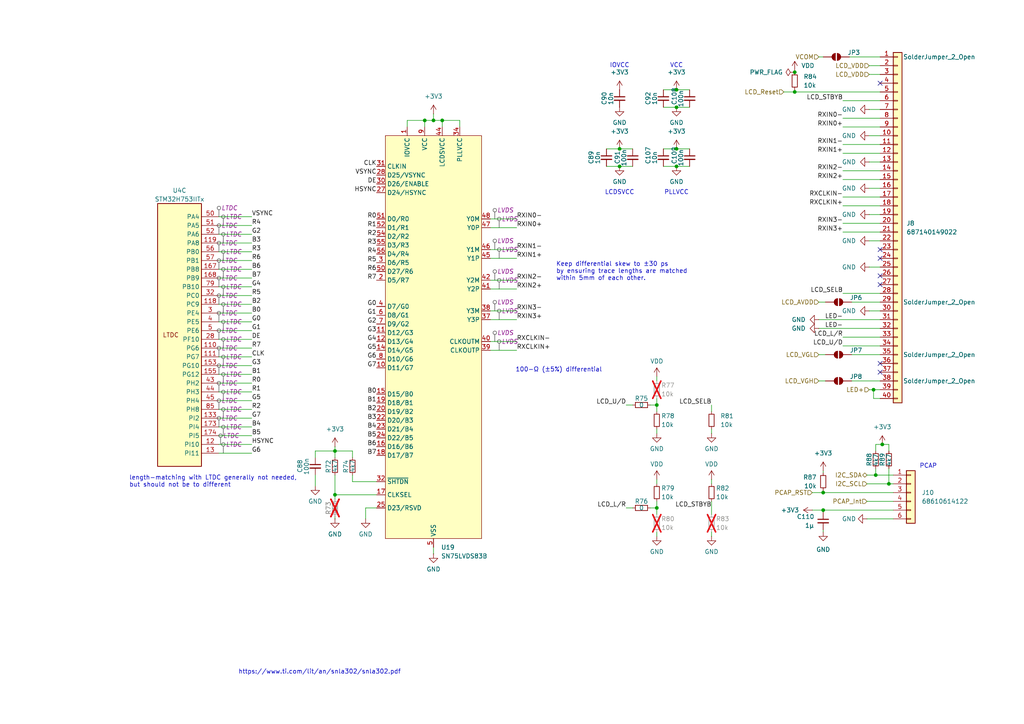
<source format=kicad_sch>
(kicad_sch
	(version 20250114)
	(generator "eeschema")
	(generator_version "9.0")
	(uuid "cfc08744-1338-460e-b9d6-bbb983fd58f1")
	(paper "A4")
	
	(text "100-Ω (±5%) differential "
		(exclude_from_sim no)
		(at 162.56 107.315 0)
		(effects
			(font
				(size 1.27 1.27)
			)
		)
		(uuid "1da41025-8cff-4a99-b544-8c763a73e2d1")
	)
	(text "length-matching with LTDC generally not needed,\nbut should not be to different"
		(exclude_from_sim no)
		(at 37.465 139.7 0)
		(effects
			(font
				(size 1.27 1.27)
			)
			(justify left)
		)
		(uuid "64ed9242-f7ed-489f-9dcd-11e30be8f01f")
	)
	(text "PLLVCC"
		(exclude_from_sim no)
		(at 196.215 55.88 0)
		(effects
			(font
				(size 1.27 1.27)
			)
		)
		(uuid "69441736-eb38-4f01-a3f7-3aea416466f1")
	)
	(text "VCC"
		(exclude_from_sim no)
		(at 196.215 19.05 0)
		(effects
			(font
				(size 1.27 1.27)
			)
		)
		(uuid "7910a5ee-8ec7-4e91-a5a0-12c5f115d328")
	)
	(text "Keep differential skew to ±30 ps\nby ensuring trace lengths are matched\nwithin 5mm of each other."
		(exclude_from_sim no)
		(at 161.29 78.74 0)
		(effects
			(font
				(size 1.27 1.27)
			)
			(justify left)
		)
		(uuid "8eeb9b79-d79c-41a9-8eb5-1c00247d0260")
	)
	(text "PCAP"
		(exclude_from_sim no)
		(at 269.24 135.255 0)
		(effects
			(font
				(size 1.27 1.27)
			)
		)
		(uuid "953f9d08-beaa-4a51-9778-13ce58a1a9e4")
	)
	(text "IOVCC"
		(exclude_from_sim no)
		(at 179.705 19.05 0)
		(effects
			(font
				(size 1.27 1.27)
			)
		)
		(uuid "9606f5f8-be5b-4b2d-8242-fc97946d3518")
	)
	(text "LCDSVCC"
		(exclude_from_sim no)
		(at 179.705 55.88 0)
		(effects
			(font
				(size 1.27 1.27)
			)
		)
		(uuid "b0eadaf5-52dd-452a-a86a-3eeecaa6db12")
	)
	(text "https://www.ti.com/lit/an/snla302/snla302.pdf"
		(exclude_from_sim no)
		(at 92.71 194.945 0)
		(effects
			(font
				(size 1.27 1.27)
			)
			(href "https://www.ti.com/lit/an/snla302/snla302.pdf")
		)
		(uuid "bb44997b-1e8e-473d-b79d-3a23b573ff01")
	)
	(junction
		(at 97.155 130.81)
		(diameter 0)
		(color 0 0 0 0)
		(uuid "0a014240-3880-4e76-9a94-85fc4b86e196")
	)
	(junction
		(at 179.705 48.26)
		(diameter 0)
		(color 0 0 0 0)
		(uuid "1a981e4a-df1f-4554-808a-8cb682e6b709")
	)
	(junction
		(at 255.905 128.905)
		(diameter 0)
		(color 0 0 0 0)
		(uuid "1f38e153-e651-4879-8c77-3220d9bfe30b")
	)
	(junction
		(at 196.215 26.035)
		(diameter 0)
		(color 0 0 0 0)
		(uuid "36bddcfd-11d5-48fe-af61-3a943aa79791")
	)
	(junction
		(at 257.81 140.335)
		(diameter 0)
		(color 0 0 0 0)
		(uuid "3925a27d-4875-405a-8c29-a7ba8d4725f7")
	)
	(junction
		(at 125.73 34.925)
		(diameter 0)
		(color 0 0 0 0)
		(uuid "51eeccfe-6686-4ca9-8aba-d515e08cb179")
	)
	(junction
		(at 190.5 117.475)
		(diameter 0)
		(color 0 0 0 0)
		(uuid "587b8044-6d76-4594-b205-64f5ae3d0cbf")
	)
	(junction
		(at 128.27 34.925)
		(diameter 0)
		(color 0 0 0 0)
		(uuid "5e4fb1b3-b906-42cb-9bcf-1fe43b515c5c")
	)
	(junction
		(at 123.19 34.925)
		(diameter 0)
		(color 0 0 0 0)
		(uuid "6921e377-c6aa-4918-8f18-78751ee65e4b")
	)
	(junction
		(at 230.505 26.67)
		(diameter 0)
		(color 0 0 0 0)
		(uuid "6b7b1be5-7851-40f7-b61c-54746ac8b71c")
	)
	(junction
		(at 179.705 43.18)
		(diameter 0)
		(color 0 0 0 0)
		(uuid "6f2f8254-1c91-4009-962f-948e94f45990")
	)
	(junction
		(at 238.76 147.955)
		(diameter 0)
		(color 0 0 0 0)
		(uuid "833e2d64-fc43-464a-9283-f695744d3d12")
	)
	(junction
		(at 253.365 113.03)
		(diameter 0)
		(color 0 0 0 0)
		(uuid "89518f6e-9c83-421f-9c57-ab6c1f4a7a34")
	)
	(junction
		(at 97.155 143.51)
		(diameter 0)
		(color 0 0 0 0)
		(uuid "b360e58b-d3d1-4f91-b7db-26a83f81783f")
	)
	(junction
		(at 238.76 142.875)
		(diameter 0)
		(color 0 0 0 0)
		(uuid "ba9f6885-d1c2-4976-8e6c-b3c768d67c14")
	)
	(junction
		(at 190.5 147.32)
		(diameter 0)
		(color 0 0 0 0)
		(uuid "cbdd449a-e405-445e-a272-3419885e6243")
	)
	(junction
		(at 196.215 48.26)
		(diameter 0)
		(color 0 0 0 0)
		(uuid "d008a368-33cc-4d3e-b958-698d092dfcd5")
	)
	(junction
		(at 196.215 31.115)
		(diameter 0)
		(color 0 0 0 0)
		(uuid "ec8f96ba-b615-4c3c-85a1-f8ab19bdb118")
	)
	(junction
		(at 230.505 20.955)
		(diameter 0)
		(color 0 0 0 0)
		(uuid "f0bb0dd0-1498-4cf2-80b4-e31af6999afb")
	)
	(junction
		(at 196.215 43.18)
		(diameter 0)
		(color 0 0 0 0)
		(uuid "f4221231-7f4d-4ee4-b654-d71f985c5bf1")
	)
	(junction
		(at 254 137.795)
		(diameter 0)
		(color 0 0 0 0)
		(uuid "f621acd5-9b92-4da7-afc1-ea1e53f7700e")
	)
	(no_connect
		(at 255.27 107.95)
		(uuid "206530de-08a6-4322-927d-360e1543f9c3")
	)
	(no_connect
		(at 255.27 80.01)
		(uuid "4670c019-b6c9-4fcc-b1c1-90483035a52d")
	)
	(no_connect
		(at 255.27 72.39)
		(uuid "57ba4c83-7552-48dc-a263-d34d0b323fe5")
	)
	(no_connect
		(at 255.27 82.55)
		(uuid "58e4a9ba-9959-41ee-8aa7-af7bb26bb0fc")
	)
	(no_connect
		(at 255.27 74.93)
		(uuid "6656bea9-1e28-47cc-8494-9faa91d6f4b4")
	)
	(no_connect
		(at 255.27 24.13)
		(uuid "b5294258-8b2c-4d02-a271-4a5af5e8753b")
	)
	(no_connect
		(at 255.27 105.41)
		(uuid "d5a720d4-226e-4161-a590-27effc13fbc0")
	)
	(wire
		(pts
			(xy 196.215 48.26) (xy 200.025 48.26)
		)
		(stroke
			(width 0)
			(type default)
		)
		(uuid "0298da3d-88c6-441a-bd23-3a8b6279e8c9")
	)
	(wire
		(pts
			(xy 251.46 140.335) (xy 257.81 140.335)
		)
		(stroke
			(width 0)
			(type default)
		)
		(uuid "05e528cd-cd25-429f-b1b3-d804461f1fbb")
	)
	(wire
		(pts
			(xy 257.81 135.89) (xy 257.81 140.335)
		)
		(stroke
			(width 0)
			(type default)
		)
		(uuid "06b39ecd-f131-4d5e-be11-106155e0051c")
	)
	(wire
		(pts
			(xy 149.86 99.06) (xy 142.24 99.06)
		)
		(stroke
			(width 0)
			(type default)
		)
		(uuid "0714a536-7eb6-4ce2-851e-ea015f0458bc")
	)
	(wire
		(pts
			(xy 238.76 154.305) (xy 238.76 153.67)
		)
		(stroke
			(width 0)
			(type default)
		)
		(uuid "07f733c1-2c84-4554-b580-90af3ab3af81")
	)
	(wire
		(pts
			(xy 97.155 149.86) (xy 97.155 150.495)
		)
		(stroke
			(width 0)
			(type default)
		)
		(uuid "09997052-fd26-4555-95c6-8743f1453e4f")
	)
	(wire
		(pts
			(xy 73.025 90.805) (xy 63.5 90.805)
		)
		(stroke
			(width 0)
			(type default)
		)
		(uuid "0c7769d9-58d9-424f-8e8c-af7626579794")
	)
	(wire
		(pts
			(xy 102.235 130.81) (xy 102.235 132.715)
		)
		(stroke
			(width 0)
			(type default)
		)
		(uuid "0c8bd05c-5fba-4223-a449-4cbbc5bdec09")
	)
	(wire
		(pts
			(xy 133.35 34.925) (xy 133.35 36.83)
		)
		(stroke
			(width 0)
			(type default)
		)
		(uuid "0fe53239-7447-4eb5-8ad5-c0e8b73b79db")
	)
	(wire
		(pts
			(xy 125.73 158.75) (xy 125.73 160.655)
		)
		(stroke
			(width 0)
			(type default)
		)
		(uuid "10cb2966-9e76-4d0b-ae0d-260f6ad04f92")
	)
	(wire
		(pts
			(xy 63.5 111.125) (xy 73.025 111.125)
		)
		(stroke
			(width 0)
			(type default)
		)
		(uuid "15e610cc-4c82-431d-a9a2-2303922c457c")
	)
	(wire
		(pts
			(xy 190.5 147.32) (xy 190.5 149.225)
		)
		(stroke
			(width 0)
			(type default)
		)
		(uuid "1682fa89-003e-4157-a37f-bb74a89a1921")
	)
	(wire
		(pts
			(xy 230.505 20.32) (xy 230.505 20.955)
		)
		(stroke
			(width 0)
			(type default)
		)
		(uuid "17155407-70a1-437c-acf1-ef8c745c8d55")
	)
	(wire
		(pts
			(xy 73.025 78.105) (xy 63.5 78.105)
		)
		(stroke
			(width 0)
			(type default)
		)
		(uuid "17d94e04-1564-40d7-929a-7f08193a5664")
	)
	(wire
		(pts
			(xy 238.76 147.955) (xy 238.76 148.59)
		)
		(stroke
			(width 0)
			(type default)
		)
		(uuid "193249d7-42be-4aa3-9346-3782bac88bef")
	)
	(wire
		(pts
			(xy 190.5 109.22) (xy 190.5 110.49)
		)
		(stroke
			(width 0)
			(type default)
		)
		(uuid "19ebde49-e7ee-4f44-aa21-c9a530b73c81")
	)
	(wire
		(pts
			(xy 252.095 90.17) (xy 255.27 90.17)
		)
		(stroke
			(width 0)
			(type default)
		)
		(uuid "1c029d85-b489-425d-b4be-7fb14080dda1")
	)
	(wire
		(pts
			(xy 247.015 87.63) (xy 255.27 87.63)
		)
		(stroke
			(width 0)
			(type default)
		)
		(uuid "1d48773f-2c67-4fd6-b92d-82324b248da6")
	)
	(wire
		(pts
			(xy 73.025 121.285) (xy 63.5 121.285)
		)
		(stroke
			(width 0)
			(type default)
		)
		(uuid "207bac0e-477b-4ecc-a9e7-30d1882c0397")
	)
	(wire
		(pts
			(xy 97.155 130.81) (xy 102.235 130.81)
		)
		(stroke
			(width 0)
			(type default)
		)
		(uuid "23b220bd-13e9-445f-ae5e-3ab326eee3d2")
	)
	(wire
		(pts
			(xy 238.76 142.24) (xy 238.76 142.875)
		)
		(stroke
			(width 0)
			(type default)
		)
		(uuid "23c600d3-e761-4c99-b45d-34adfb2a9b67")
	)
	(wire
		(pts
			(xy 244.475 59.69) (xy 255.27 59.69)
		)
		(stroke
			(width 0)
			(type default)
		)
		(uuid "27619d87-814b-4e66-8ce5-84c9b258f0bf")
	)
	(wire
		(pts
			(xy 142.24 74.93) (xy 149.86 74.93)
		)
		(stroke
			(width 0)
			(type default)
		)
		(uuid "29b1f2f7-9974-4042-9e5d-7f1190fac34f")
	)
	(wire
		(pts
			(xy 142.24 83.82) (xy 149.86 83.82)
		)
		(stroke
			(width 0)
			(type default)
		)
		(uuid "2c715c41-8579-4be5-8127-330173332aa8")
	)
	(wire
		(pts
			(xy 244.475 64.77) (xy 255.27 64.77)
		)
		(stroke
			(width 0)
			(type default)
		)
		(uuid "2f1b7142-5359-4472-b1fd-de96165f83e6")
	)
	(wire
		(pts
			(xy 73.025 80.645) (xy 63.5 80.645)
		)
		(stroke
			(width 0)
			(type default)
		)
		(uuid "2f42cc24-c719-4c2e-85ed-24e93a3cc083")
	)
	(wire
		(pts
			(xy 252.095 21.59) (xy 255.27 21.59)
		)
		(stroke
			(width 0)
			(type default)
		)
		(uuid "2f4e38f2-30cc-442c-b415-30467d32412d")
	)
	(wire
		(pts
			(xy 109.22 139.7) (xy 102.235 139.7)
		)
		(stroke
			(width 0)
			(type default)
		)
		(uuid "2fa43b00-581c-4b57-a7a9-a604f50b01d8")
	)
	(wire
		(pts
			(xy 73.025 70.485) (xy 63.5 70.485)
		)
		(stroke
			(width 0)
			(type default)
		)
		(uuid "2fd05b17-4010-4706-b3dd-e515141cfb1b")
	)
	(wire
		(pts
			(xy 181.61 147.32) (xy 183.515 147.32)
		)
		(stroke
			(width 0)
			(type default)
		)
		(uuid "30ffd6f7-ef1f-437f-9a7c-a23e216c9290")
	)
	(wire
		(pts
			(xy 206.375 117.475) (xy 206.375 119.38)
		)
		(stroke
			(width 0)
			(type default)
		)
		(uuid "312df952-f886-423f-9ecc-b76acc89c019")
	)
	(wire
		(pts
			(xy 244.475 57.15) (xy 255.27 57.15)
		)
		(stroke
			(width 0)
			(type default)
		)
		(uuid "338cbeb0-9e4c-42b6-9787-f19a5da2870c")
	)
	(wire
		(pts
			(xy 73.025 85.725) (xy 63.5 85.725)
		)
		(stroke
			(width 0)
			(type default)
		)
		(uuid "353d6dc0-f1dc-426d-ba7b-8e9e71df4b19")
	)
	(wire
		(pts
			(xy 230.505 26.035) (xy 230.505 26.67)
		)
		(stroke
			(width 0)
			(type default)
		)
		(uuid "354a3f1c-1c85-4f32-9b4a-8a7f5efa4e0a")
	)
	(wire
		(pts
			(xy 254 128.905) (xy 255.905 128.905)
		)
		(stroke
			(width 0)
			(type default)
		)
		(uuid "357e09a7-75f7-41a8-8c60-319f523d3773")
	)
	(wire
		(pts
			(xy 97.155 132.715) (xy 97.155 130.81)
		)
		(stroke
			(width 0)
			(type default)
		)
		(uuid "36eb8b53-c7a4-49dd-be5b-2105c6730fe4")
	)
	(wire
		(pts
			(xy 190.5 145.415) (xy 190.5 147.32)
		)
		(stroke
			(width 0)
			(type default)
		)
		(uuid "37521562-0348-42d1-a316-ad5f22f99668")
	)
	(wire
		(pts
			(xy 106.045 147.32) (xy 109.22 147.32)
		)
		(stroke
			(width 0)
			(type default)
		)
		(uuid "3a719ff8-c0b4-4593-b1f0-e26697bd70c2")
	)
	(wire
		(pts
			(xy 206.375 124.46) (xy 206.375 125.73)
		)
		(stroke
			(width 0)
			(type default)
		)
		(uuid "3ae24d99-1378-4e06-9b17-fab03726b185")
	)
	(wire
		(pts
			(xy 253.365 115.57) (xy 253.365 113.03)
		)
		(stroke
			(width 0)
			(type default)
		)
		(uuid "3d796974-152f-4f56-bd9a-5cb2a66feb94")
	)
	(wire
		(pts
			(xy 149.86 90.17) (xy 142.24 90.17)
		)
		(stroke
			(width 0)
			(type default)
		)
		(uuid "3db8ead2-c244-4591-9f6b-d8e5bc35cade")
	)
	(wire
		(pts
			(xy 251.46 137.795) (xy 254 137.795)
		)
		(stroke
			(width 0)
			(type default)
		)
		(uuid "3f295cfd-ebba-4b1e-bac9-708590bd77b6")
	)
	(wire
		(pts
			(xy 63.5 113.665) (xy 73.025 113.665)
		)
		(stroke
			(width 0)
			(type default)
		)
		(uuid "41c0f2a2-254c-4e56-9716-76286db98166")
	)
	(wire
		(pts
			(xy 91.44 130.81) (xy 97.155 130.81)
		)
		(stroke
			(width 0)
			(type default)
		)
		(uuid "45d0edf7-736a-4aa7-a23f-5212f8458eff")
	)
	(wire
		(pts
			(xy 253.365 115.57) (xy 255.27 115.57)
		)
		(stroke
			(width 0)
			(type default)
		)
		(uuid "4718d472-c8b6-4441-ab81-d18e38c07fbd")
	)
	(wire
		(pts
			(xy 73.025 95.885) (xy 63.5 95.885)
		)
		(stroke
			(width 0)
			(type default)
		)
		(uuid "474024e8-c41f-40cb-9189-6472ac0431c2")
	)
	(wire
		(pts
			(xy 244.475 52.07) (xy 255.27 52.07)
		)
		(stroke
			(width 0)
			(type default)
		)
		(uuid "48985834-8e71-434f-b58e-ed9ffa085d20")
	)
	(wire
		(pts
			(xy 238.76 147.955) (xy 259.08 147.955)
		)
		(stroke
			(width 0)
			(type default)
		)
		(uuid "4c814185-20ab-4c63-85a3-08873cf631b5")
	)
	(wire
		(pts
			(xy 73.025 126.365) (xy 63.5 126.365)
		)
		(stroke
			(width 0)
			(type default)
		)
		(uuid "4cfb2005-de05-4a9f-b8a3-20c9e3e1b72d")
	)
	(wire
		(pts
			(xy 73.025 88.265) (xy 63.5 88.265)
		)
		(stroke
			(width 0)
			(type default)
		)
		(uuid "502ec2c1-b2f3-4c69-8215-aea89d77cbb8")
	)
	(wire
		(pts
			(xy 235.585 142.875) (xy 238.76 142.875)
		)
		(stroke
			(width 0)
			(type default)
		)
		(uuid "51176f82-a718-44d9-8aac-1fbaebeebff1")
	)
	(wire
		(pts
			(xy 125.73 34.925) (xy 128.27 34.925)
		)
		(stroke
			(width 0)
			(type default)
		)
		(uuid "512c3170-6919-410f-ab24-a01210192fc0")
	)
	(wire
		(pts
			(xy 73.025 75.565) (xy 63.5 75.565)
		)
		(stroke
			(width 0)
			(type default)
		)
		(uuid "5189ac23-5b18-47b9-a125-4cf0911b02fc")
	)
	(wire
		(pts
			(xy 175.895 48.26) (xy 179.705 48.26)
		)
		(stroke
			(width 0)
			(type default)
		)
		(uuid "57ab13e2-8a92-42d1-9fb8-6b02d0766ffe")
	)
	(wire
		(pts
			(xy 188.595 147.32) (xy 190.5 147.32)
		)
		(stroke
			(width 0)
			(type default)
		)
		(uuid "5bb6ede0-1f09-4ee3-b054-e913caa88144")
	)
	(wire
		(pts
			(xy 252.095 62.23) (xy 255.27 62.23)
		)
		(stroke
			(width 0)
			(type default)
		)
		(uuid "5d74f553-7285-4b03-8f7a-7493264e6ca7")
	)
	(wire
		(pts
			(xy 237.49 92.71) (xy 255.27 92.71)
		)
		(stroke
			(width 0)
			(type default)
		)
		(uuid "5f241d29-31c2-41f4-bd3d-059c2e65be39")
	)
	(wire
		(pts
			(xy 73.025 128.905) (xy 63.5 128.905)
		)
		(stroke
			(width 0)
			(type default)
		)
		(uuid "6075275d-7f2e-461d-a448-e93aaa6b54b5")
	)
	(wire
		(pts
			(xy 206.375 139.065) (xy 206.375 140.335)
		)
		(stroke
			(width 0)
			(type default)
		)
		(uuid "60c7230e-5bca-4180-bcca-03d23889c8d9")
	)
	(wire
		(pts
			(xy 179.705 43.18) (xy 183.515 43.18)
		)
		(stroke
			(width 0)
			(type default)
		)
		(uuid "652c6c39-fa45-4f03-89a8-cde00a0d1335")
	)
	(wire
		(pts
			(xy 181.61 117.475) (xy 183.515 117.475)
		)
		(stroke
			(width 0)
			(type default)
		)
		(uuid "65cc8ab6-13ef-40a8-9b07-cc9baf602c04")
	)
	(wire
		(pts
			(xy 244.475 67.31) (xy 255.27 67.31)
		)
		(stroke
			(width 0)
			(type default)
		)
		(uuid "671eb76e-ac7c-495b-9377-d06227dbda46")
	)
	(wire
		(pts
			(xy 206.375 154.305) (xy 206.375 155.575)
		)
		(stroke
			(width 0)
			(type default)
		)
		(uuid "68278b12-7341-4bce-ab78-6f965d6478a7")
	)
	(wire
		(pts
			(xy 188.595 117.475) (xy 190.5 117.475)
		)
		(stroke
			(width 0)
			(type default)
		)
		(uuid "6e4fea39-f48b-434e-b2ca-502d3b4c5e09")
	)
	(wire
		(pts
			(xy 106.045 150.495) (xy 106.045 147.32)
		)
		(stroke
			(width 0)
			(type default)
		)
		(uuid "6f5af170-38aa-4c58-a2e9-2e76e811c87e")
	)
	(wire
		(pts
			(xy 63.5 106.045) (xy 73.025 106.045)
		)
		(stroke
			(width 0)
			(type default)
		)
		(uuid "6fd5cd1c-1fce-4386-8556-454db23ddc22")
	)
	(wire
		(pts
			(xy 63.5 108.585) (xy 73.025 108.585)
		)
		(stroke
			(width 0)
			(type default)
		)
		(uuid "705eca2d-93f6-4c58-a085-77d229760b3e")
	)
	(wire
		(pts
			(xy 244.475 100.33) (xy 255.27 100.33)
		)
		(stroke
			(width 0)
			(type default)
		)
		(uuid "71413b15-4c29-4db8-9aca-4d4d08e03b81")
	)
	(wire
		(pts
			(xy 190.5 124.46) (xy 190.5 125.73)
		)
		(stroke
			(width 0)
			(type default)
		)
		(uuid "71808231-1ba2-4266-ac0d-4cd719878a39")
	)
	(wire
		(pts
			(xy 251.46 145.415) (xy 259.08 145.415)
		)
		(stroke
			(width 0)
			(type default)
		)
		(uuid "718cbf0e-2c2e-4dfb-aa82-e96c26e595e9")
	)
	(wire
		(pts
			(xy 73.025 98.425) (xy 63.5 98.425)
		)
		(stroke
			(width 0)
			(type default)
		)
		(uuid "7346d934-c35c-43c1-88c0-f88dc480586d")
	)
	(wire
		(pts
			(xy 123.19 34.925) (xy 125.73 34.925)
		)
		(stroke
			(width 0)
			(type default)
		)
		(uuid "79289023-9eda-4942-b277-ffdf5c17a90c")
	)
	(wire
		(pts
			(xy 206.375 145.415) (xy 206.375 149.225)
		)
		(stroke
			(width 0)
			(type default)
		)
		(uuid "79526d75-b91c-4e80-a209-f4f7252523a2")
	)
	(wire
		(pts
			(xy 237.49 95.25) (xy 255.27 95.25)
		)
		(stroke
			(width 0)
			(type default)
		)
		(uuid "7a3e6c4f-9432-460d-bcc3-675f61fb2f7b")
	)
	(wire
		(pts
			(xy 237.49 87.63) (xy 239.395 87.63)
		)
		(stroke
			(width 0)
			(type default)
		)
		(uuid "7ba4c5a6-fc2a-42bf-835e-6d3fe146eb49")
	)
	(wire
		(pts
			(xy 73.025 65.405) (xy 63.5 65.405)
		)
		(stroke
			(width 0)
			(type default)
		)
		(uuid "7c194a2f-2393-4372-aed6-e1e9f16266e8")
	)
	(wire
		(pts
			(xy 244.475 85.09) (xy 255.27 85.09)
		)
		(stroke
			(width 0)
			(type default)
		)
		(uuid "7d97b2ea-9c3a-4444-8140-5f88442d21a4")
	)
	(wire
		(pts
			(xy 247.015 110.49) (xy 255.27 110.49)
		)
		(stroke
			(width 0)
			(type default)
		)
		(uuid "7eec6d08-ea72-4bec-9e8e-da5a45800fae")
	)
	(wire
		(pts
			(xy 102.235 139.7) (xy 102.235 137.795)
		)
		(stroke
			(width 0)
			(type default)
		)
		(uuid "7ef4ed38-09cf-4dc1-8d17-593720d6bfbd")
	)
	(wire
		(pts
			(xy 257.81 140.335) (xy 259.08 140.335)
		)
		(stroke
			(width 0)
			(type default)
		)
		(uuid "80449c22-7a2e-48ef-b100-319c64440b08")
	)
	(wire
		(pts
			(xy 91.44 130.81) (xy 91.44 132.715)
		)
		(stroke
			(width 0)
			(type default)
		)
		(uuid "8052b36c-73f0-4c99-a4b1-bba64c1b82e2")
	)
	(wire
		(pts
			(xy 118.11 34.925) (xy 123.19 34.925)
		)
		(stroke
			(width 0)
			(type default)
		)
		(uuid "82256a26-20d4-4f1c-8160-6219baaaf0fd")
	)
	(wire
		(pts
			(xy 192.405 31.115) (xy 196.215 31.115)
		)
		(stroke
			(width 0)
			(type default)
		)
		(uuid "824ceded-869f-4f61-9b0d-737a6d94db16")
	)
	(wire
		(pts
			(xy 252.095 31.75) (xy 255.27 31.75)
		)
		(stroke
			(width 0)
			(type default)
		)
		(uuid "83cc7d18-3605-4624-a3e7-065a5db17972")
	)
	(wire
		(pts
			(xy 97.155 129.54) (xy 97.155 130.81)
		)
		(stroke
			(width 0)
			(type default)
		)
		(uuid "862bf58b-0b37-45d1-90c8-c77c888bb601")
	)
	(wire
		(pts
			(xy 238.76 142.875) (xy 259.08 142.875)
		)
		(stroke
			(width 0)
			(type default)
		)
		(uuid "8a253ece-2bc3-43e4-9198-530d6b262d90")
	)
	(wire
		(pts
			(xy 253.365 113.03) (xy 255.27 113.03)
		)
		(stroke
			(width 0)
			(type default)
		)
		(uuid "8b0d9d8b-5c7a-4cad-883a-66ceb5f7ef54")
	)
	(wire
		(pts
			(xy 237.49 102.87) (xy 239.395 102.87)
		)
		(stroke
			(width 0)
			(type default)
		)
		(uuid "8b6da8b0-de78-4e0a-9628-aa523a0de7bb")
	)
	(wire
		(pts
			(xy 252.095 69.85) (xy 255.27 69.85)
		)
		(stroke
			(width 0)
			(type default)
		)
		(uuid "8fcba768-840e-438e-ac66-8ec626ed306c")
	)
	(wire
		(pts
			(xy 175.895 43.18) (xy 179.705 43.18)
		)
		(stroke
			(width 0)
			(type default)
		)
		(uuid "90afa069-9607-44d1-8a5b-5ef07d699a4a")
	)
	(wire
		(pts
			(xy 123.19 34.925) (xy 123.19 36.83)
		)
		(stroke
			(width 0)
			(type default)
		)
		(uuid "95aa725c-7b4c-4809-b773-ab53822a785e")
	)
	(wire
		(pts
			(xy 91.44 137.795) (xy 91.44 140.97)
		)
		(stroke
			(width 0)
			(type default)
		)
		(uuid "96be8705-1aaf-4f28-aace-ecacb5b0fc86")
	)
	(wire
		(pts
			(xy 235.585 147.955) (xy 238.76 147.955)
		)
		(stroke
			(width 0)
			(type default)
		)
		(uuid "9af2513d-bd0e-422c-8c69-9f61ea71fb1c")
	)
	(wire
		(pts
			(xy 244.475 34.29) (xy 255.27 34.29)
		)
		(stroke
			(width 0)
			(type default)
		)
		(uuid "9afaf073-8914-4b5f-9a09-321c7823603b")
	)
	(wire
		(pts
			(xy 149.86 63.5) (xy 142.24 63.5)
		)
		(stroke
			(width 0)
			(type default)
		)
		(uuid "9b1bb6e8-b640-4df4-90e7-f515e45fb94d")
	)
	(wire
		(pts
			(xy 257.81 128.905) (xy 257.81 130.81)
		)
		(stroke
			(width 0)
			(type default)
		)
		(uuid "9c4d6a6f-f984-42f1-a37b-45ccd36c49c2")
	)
	(wire
		(pts
			(xy 252.095 113.03) (xy 253.365 113.03)
		)
		(stroke
			(width 0)
			(type default)
		)
		(uuid "9cb67b43-cabd-47e1-99bb-bf896041f2a0")
	)
	(wire
		(pts
			(xy 255.905 128.905) (xy 257.81 128.905)
		)
		(stroke
			(width 0)
			(type default)
		)
		(uuid "9cd4ebb7-1f67-4d4a-86a6-5d4df2a67f6d")
	)
	(wire
		(pts
			(xy 73.025 103.505) (xy 63.5 103.505)
		)
		(stroke
			(width 0)
			(type default)
		)
		(uuid "9cd80d76-b308-4f36-bf78-30d41cf882c2")
	)
	(wire
		(pts
			(xy 238.76 16.51) (xy 237.49 16.51)
		)
		(stroke
			(width 0)
			(type default)
		)
		(uuid "9f27b011-688f-4b6b-a398-2eb6a223dd49")
	)
	(wire
		(pts
			(xy 73.025 123.825) (xy 63.5 123.825)
		)
		(stroke
			(width 0)
			(type default)
		)
		(uuid "a0b0b6be-49e7-466a-9be7-f5d9a5e202c7")
	)
	(wire
		(pts
			(xy 73.025 62.865) (xy 63.5 62.865)
		)
		(stroke
			(width 0)
			(type default)
		)
		(uuid "a2d4b60b-4a56-4117-9f46-350310b40e10")
	)
	(wire
		(pts
			(xy 238.76 136.525) (xy 238.76 137.16)
		)
		(stroke
			(width 0)
			(type default)
		)
		(uuid "a38bdfda-67d3-463a-8274-24b317601fed")
	)
	(wire
		(pts
			(xy 196.215 43.18) (xy 200.025 43.18)
		)
		(stroke
			(width 0)
			(type default)
		)
		(uuid "a42e8e46-cd2f-432f-9417-b53432b08db3")
	)
	(wire
		(pts
			(xy 230.505 26.67) (xy 255.27 26.67)
		)
		(stroke
			(width 0)
			(type default)
		)
		(uuid "a94d2cb2-c0e3-4b77-867f-08036eb8635e")
	)
	(wire
		(pts
			(xy 179.705 48.26) (xy 183.515 48.26)
		)
		(stroke
			(width 0)
			(type default)
		)
		(uuid "a9ab5bcb-7b6e-465d-8750-6972b61c2bbb")
	)
	(wire
		(pts
			(xy 196.215 31.115) (xy 200.025 31.115)
		)
		(stroke
			(width 0)
			(type default)
		)
		(uuid "aa32b454-0871-44c0-a45c-e8ddba70bf7e")
	)
	(wire
		(pts
			(xy 73.025 83.185) (xy 63.5 83.185)
		)
		(stroke
			(width 0)
			(type default)
		)
		(uuid "ab9141a5-c2e4-4987-b240-5417d21ae07d")
	)
	(wire
		(pts
			(xy 244.475 49.53) (xy 255.27 49.53)
		)
		(stroke
			(width 0)
			(type default)
		)
		(uuid "ae07fa32-ecd4-4f47-9f9a-68257480dc89")
	)
	(wire
		(pts
			(xy 252.095 19.05) (xy 255.27 19.05)
		)
		(stroke
			(width 0)
			(type default)
		)
		(uuid "ae5d1da4-dc18-4b2d-bc7a-ff67f4fd9e22")
	)
	(wire
		(pts
			(xy 73.025 73.025) (xy 63.5 73.025)
		)
		(stroke
			(width 0)
			(type default)
		)
		(uuid "ae88b2ef-c6a0-445c-8cfe-50ec635910c2")
	)
	(wire
		(pts
			(xy 252.095 77.47) (xy 255.27 77.47)
		)
		(stroke
			(width 0)
			(type default)
		)
		(uuid "b3918266-6f83-4b67-95c2-a18adeb3b8f8")
	)
	(wire
		(pts
			(xy 244.475 97.79) (xy 255.27 97.79)
		)
		(stroke
			(width 0)
			(type default)
		)
		(uuid "b74665b8-9c25-4e6e-9b69-3020ade95bd7")
	)
	(wire
		(pts
			(xy 125.73 33.02) (xy 125.73 34.925)
		)
		(stroke
			(width 0)
			(type default)
		)
		(uuid "b840f00d-7dd3-40a7-a038-2bd1432f126e")
	)
	(wire
		(pts
			(xy 128.27 34.925) (xy 133.35 34.925)
		)
		(stroke
			(width 0)
			(type default)
		)
		(uuid "b92b6ecf-f5c2-4e28-a6c0-424f103af062")
	)
	(wire
		(pts
			(xy 252.095 54.61) (xy 255.27 54.61)
		)
		(stroke
			(width 0)
			(type default)
		)
		(uuid "ba578d3a-fb82-4cea-8c1f-7e1fda372293")
	)
	(wire
		(pts
			(xy 254 137.795) (xy 259.08 137.795)
		)
		(stroke
			(width 0)
			(type default)
		)
		(uuid "bbd5ddb8-14c3-4b2b-aa92-4b50e140d68c")
	)
	(wire
		(pts
			(xy 251.46 150.495) (xy 259.08 150.495)
		)
		(stroke
			(width 0)
			(type default)
		)
		(uuid "bc4832a6-be93-4682-a561-6bd59cf7249f")
	)
	(wire
		(pts
			(xy 254 128.905) (xy 254 130.81)
		)
		(stroke
			(width 0)
			(type default)
		)
		(uuid "bd98bc5c-a944-4744-b53e-8f22f3ee1dda")
	)
	(wire
		(pts
			(xy 142.24 101.6) (xy 149.86 101.6)
		)
		(stroke
			(width 0)
			(type default)
		)
		(uuid "bdbf3e05-4ce9-4913-af14-3d367f3a176f")
	)
	(wire
		(pts
			(xy 244.475 36.83) (xy 255.27 36.83)
		)
		(stroke
			(width 0)
			(type default)
		)
		(uuid "bef8842b-46f7-4d9f-b8ff-b5523cb14e85")
	)
	(wire
		(pts
			(xy 73.025 67.945) (xy 63.5 67.945)
		)
		(stroke
			(width 0)
			(type default)
		)
		(uuid "bf035543-2a39-45e7-8df5-7690765d5f49")
	)
	(wire
		(pts
			(xy 246.38 16.51) (xy 255.27 16.51)
		)
		(stroke
			(width 0)
			(type default)
		)
		(uuid "bf1a0c06-a77e-4d5d-b51a-51e35ebf3517")
	)
	(wire
		(pts
			(xy 252.095 39.37) (xy 255.27 39.37)
		)
		(stroke
			(width 0)
			(type default)
		)
		(uuid "bf23b9bf-e84b-4f47-83d9-2d403c4d44e9")
	)
	(wire
		(pts
			(xy 63.5 118.745) (xy 73.025 118.745)
		)
		(stroke
			(width 0)
			(type default)
		)
		(uuid "c74f487b-259d-4448-825c-86a0898969f4")
	)
	(wire
		(pts
			(xy 192.405 43.18) (xy 196.215 43.18)
		)
		(stroke
			(width 0)
			(type default)
		)
		(uuid "c98340a9-4958-44da-bead-778ce16b983c")
	)
	(wire
		(pts
			(xy 244.475 44.45) (xy 255.27 44.45)
		)
		(stroke
			(width 0)
			(type default)
		)
		(uuid "c9db60b3-18a2-4d9a-b871-8efab5d8404d")
	)
	(wire
		(pts
			(xy 192.405 26.035) (xy 196.215 26.035)
		)
		(stroke
			(width 0)
			(type default)
		)
		(uuid "cedf6cc6-cf0c-4876-9970-dbb1e94e38da")
	)
	(wire
		(pts
			(xy 149.86 72.39) (xy 142.24 72.39)
		)
		(stroke
			(width 0)
			(type default)
		)
		(uuid "d075d592-3916-48ba-bae1-4c662547c997")
	)
	(wire
		(pts
			(xy 73.025 100.965) (xy 63.5 100.965)
		)
		(stroke
			(width 0)
			(type default)
		)
		(uuid "d45c6d57-f568-4cd8-b7c8-36ad8932d851")
	)
	(wire
		(pts
			(xy 247.015 102.87) (xy 255.27 102.87)
		)
		(stroke
			(width 0)
			(type default)
		)
		(uuid "d6807f41-e188-46f1-8757-7119b247f85f")
	)
	(wire
		(pts
			(xy 190.5 117.475) (xy 190.5 119.38)
		)
		(stroke
			(width 0)
			(type default)
		)
		(uuid "e03c2f78-ecb6-4011-a780-91df4e9eb48f")
	)
	(wire
		(pts
			(xy 142.24 92.71) (xy 149.86 92.71)
		)
		(stroke
			(width 0)
			(type default)
		)
		(uuid "e0779c4d-d336-4ce1-bfa3-a3790b2fc8bf")
	)
	(wire
		(pts
			(xy 73.025 131.445) (xy 63.5 131.445)
		)
		(stroke
			(width 0)
			(type default)
		)
		(uuid "e08e363e-2784-44c9-a7c0-82001ed08804")
	)
	(wire
		(pts
			(xy 190.5 139.065) (xy 190.5 140.335)
		)
		(stroke
			(width 0)
			(type default)
		)
		(uuid "e0bfcbdd-bdf9-48a7-a6f5-92a1581af31c")
	)
	(wire
		(pts
			(xy 244.475 41.91) (xy 255.27 41.91)
		)
		(stroke
			(width 0)
			(type default)
		)
		(uuid "e2388c05-3c96-4150-bfba-fabf46d0bbae")
	)
	(wire
		(pts
			(xy 97.155 137.795) (xy 97.155 143.51)
		)
		(stroke
			(width 0)
			(type default)
		)
		(uuid "e70de6e4-78af-4d30-a1cb-1182b39e31e4")
	)
	(wire
		(pts
			(xy 142.24 66.04) (xy 149.86 66.04)
		)
		(stroke
			(width 0)
			(type default)
		)
		(uuid "e7cab5c7-8679-4b50-a42f-f882b181fbb9")
	)
	(wire
		(pts
			(xy 118.11 36.83) (xy 118.11 34.925)
		)
		(stroke
			(width 0)
			(type default)
		)
		(uuid "ea9d0ea8-e098-4297-9c55-b45bedd20476")
	)
	(wire
		(pts
			(xy 149.86 81.28) (xy 142.24 81.28)
		)
		(stroke
			(width 0)
			(type default)
		)
		(uuid "eb39c25b-ffe2-4da6-a0b2-8af71d0c1172")
	)
	(wire
		(pts
			(xy 192.405 48.26) (xy 196.215 48.26)
		)
		(stroke
			(width 0)
			(type default)
		)
		(uuid "f16df34f-8751-4964-b975-6f243a856a47")
	)
	(wire
		(pts
			(xy 237.49 110.49) (xy 239.395 110.49)
		)
		(stroke
			(width 0)
			(type default)
		)
		(uuid "f2557df2-1adf-456b-8f1a-153221d9ea7f")
	)
	(wire
		(pts
			(xy 254 135.89) (xy 254 137.795)
		)
		(stroke
			(width 0)
			(type default)
		)
		(uuid "f34b4a7f-30c2-4c02-acad-64be66476446")
	)
	(wire
		(pts
			(xy 63.5 116.205) (xy 73.025 116.205)
		)
		(stroke
			(width 0)
			(type default)
		)
		(uuid "f535fc31-7588-4f12-9448-61babb53b8af")
	)
	(wire
		(pts
			(xy 97.155 143.51) (xy 109.22 143.51)
		)
		(stroke
			(width 0)
			(type default)
		)
		(uuid "f554973e-e8dd-4851-bca8-6fe663208a8f")
	)
	(wire
		(pts
			(xy 97.155 143.51) (xy 97.155 144.78)
		)
		(stroke
			(width 0)
			(type default)
		)
		(uuid "f564e718-be05-4a41-9b64-a20ab63ac335")
	)
	(wire
		(pts
			(xy 73.025 93.345) (xy 63.5 93.345)
		)
		(stroke
			(width 0)
			(type default)
		)
		(uuid "f5a32e9c-1591-4c8b-a8ac-b0056357b0dd")
	)
	(wire
		(pts
			(xy 190.5 154.305) (xy 190.5 155.575)
		)
		(stroke
			(width 0)
			(type default)
		)
		(uuid "f86d5a4b-b4ea-4bd2-b58a-bff92fc439ab")
	)
	(wire
		(pts
			(xy 244.475 29.21) (xy 255.27 29.21)
		)
		(stroke
			(width 0)
			(type default)
		)
		(uuid "f8bd3e43-06b8-48bc-969c-a24c8a936e42")
	)
	(wire
		(pts
			(xy 227.33 26.67) (xy 230.505 26.67)
		)
		(stroke
			(width 0)
			(type default)
		)
		(uuid "f907b5bd-be26-4ce3-bba1-b715c06131de")
	)
	(wire
		(pts
			(xy 190.5 115.57) (xy 190.5 117.475)
		)
		(stroke
			(width 0)
			(type default)
		)
		(uuid "fc269f37-55eb-4e62-8764-57f209f35f43")
	)
	(wire
		(pts
			(xy 252.095 46.99) (xy 255.27 46.99)
		)
		(stroke
			(width 0)
			(type default)
		)
		(uuid "fd2d8bec-9089-483f-bc2e-e8ddcafcfebb")
	)
	(wire
		(pts
			(xy 128.27 34.925) (xy 128.27 36.83)
		)
		(stroke
			(width 0)
			(type default)
		)
		(uuid "fe954440-ef8c-4f09-84e0-0a27616cf92c")
	)
	(wire
		(pts
			(xy 196.215 26.035) (xy 200.025 26.035)
		)
		(stroke
			(width 0)
			(type default)
		)
		(uuid "ffa19dcc-fc4d-4cde-b3c6-4f1326019579")
	)
	(label "RXIN3-"
		(at 149.86 90.17 0)
		(effects
			(font
				(size 1.27 1.27)
			)
			(justify left bottom)
		)
		(uuid "00d2695c-ba7e-4b9b-a7dc-eb3405ab6848")
	)
	(label "CLK"
		(at 109.22 48.26 180)
		(effects
			(font
				(size 1.27 1.27)
			)
			(justify right bottom)
		)
		(uuid "0152042a-2e95-49bd-8c52-583776a4d18d")
	)
	(label "G7"
		(at 109.22 106.68 180)
		(effects
			(font
				(size 1.27 1.27)
			)
			(justify right bottom)
		)
		(uuid "08754e1f-e8f7-4846-ab84-6afec5cd4af9")
	)
	(label "R6"
		(at 73.025 75.565 0)
		(effects
			(font
				(size 1.27 1.27)
			)
			(justify left bottom)
		)
		(uuid "08ca3b5f-fac8-4fb4-9832-087b8859e3e4")
	)
	(label "G6"
		(at 73.025 131.445 0)
		(effects
			(font
				(size 1.27 1.27)
			)
			(justify left bottom)
		)
		(uuid "096b0597-da20-426d-a588-67938caf16a3")
	)
	(label "B0"
		(at 109.22 114.3 180)
		(effects
			(font
				(size 1.27 1.27)
			)
			(justify right bottom)
		)
		(uuid "096d8b65-3f35-45ea-a2cb-ec5d8c6d025a")
	)
	(label "RXIN2+"
		(at 244.475 52.07 180)
		(effects
			(font
				(size 1.27 1.27)
			)
			(justify right bottom)
		)
		(uuid "0e44530d-a1d4-42ae-910e-b7fa88ab0906")
	)
	(label "G6"
		(at 109.22 104.14 180)
		(effects
			(font
				(size 1.27 1.27)
			)
			(justify right bottom)
		)
		(uuid "148f24ec-133d-46ba-8469-e51a77694918")
	)
	(label "LED-"
		(at 244.475 95.25 180)
		(effects
			(font
				(size 1.27 1.27)
			)
			(justify right bottom)
		)
		(uuid "1734c896-d62e-44bd-8d20-21a2e9dccd60")
	)
	(label "B0"
		(at 73.025 90.805 0)
		(effects
			(font
				(size 1.27 1.27)
			)
			(justify left bottom)
		)
		(uuid "2533289e-e9d3-45ba-974c-2c60d94ab3ac")
	)
	(label "B5"
		(at 73.025 126.365 0)
		(effects
			(font
				(size 1.27 1.27)
			)
			(justify left bottom)
		)
		(uuid "2b03ce00-50b9-443b-a694-95e2ad9fbd0b")
	)
	(label "RXCLKIN+"
		(at 244.475 59.69 180)
		(effects
			(font
				(size 1.27 1.27)
			)
			(justify right bottom)
		)
		(uuid "2bc06b32-3f21-403a-9e2f-cc5591cc7bf4")
	)
	(label "B6"
		(at 73.025 78.105 0)
		(effects
			(font
				(size 1.27 1.27)
			)
			(justify left bottom)
		)
		(uuid "2f13269d-acbc-4026-a52b-966bcaf67fb9")
	)
	(label "R5"
		(at 109.22 76.2 180)
		(effects
			(font
				(size 1.27 1.27)
			)
			(justify right bottom)
		)
		(uuid "2f9635c8-4f48-4faf-a078-cffff38268eb")
	)
	(label "G5"
		(at 109.22 101.6 180)
		(effects
			(font
				(size 1.27 1.27)
			)
			(justify right bottom)
		)
		(uuid "2ff65520-03fa-4157-9b8f-e439531e5d4d")
	)
	(label "R5"
		(at 73.025 85.725 0)
		(effects
			(font
				(size 1.27 1.27)
			)
			(justify left bottom)
		)
		(uuid "30a26e4c-77dd-4daa-959d-9445d0b53384")
	)
	(label "LCD_STBYB"
		(at 206.375 147.32 180)
		(effects
			(font
				(size 1.27 1.27)
			)
			(justify right bottom)
		)
		(uuid "313daad7-5729-4cd5-a0eb-96ce9856e820")
	)
	(label "HSYNC"
		(at 73.025 128.905 0)
		(effects
			(font
				(size 1.27 1.27)
			)
			(justify left bottom)
		)
		(uuid "37ed1a4c-aaa7-4117-9939-eaf71c7fd3dd")
	)
	(label "VSYNC"
		(at 73.025 62.865 0)
		(effects
			(font
				(size 1.27 1.27)
			)
			(justify left bottom)
		)
		(uuid "4027ccb6-ccfc-48bb-ac38-97fd486ede19")
	)
	(label "R3"
		(at 73.025 73.025 0)
		(effects
			(font
				(size 1.27 1.27)
			)
			(justify left bottom)
		)
		(uuid "402fbdd1-f16d-42f6-b6d4-2893e3aeedfc")
	)
	(label "RXIN3+"
		(at 149.86 92.71 0)
		(effects
			(font
				(size 1.27 1.27)
			)
			(justify left bottom)
		)
		(uuid "4a58a965-b7ea-4b42-b760-89192e489f04")
	)
	(label "B3"
		(at 73.025 70.485 0)
		(effects
			(font
				(size 1.27 1.27)
			)
			(justify left bottom)
		)
		(uuid "4fe9fb27-c50c-4dba-8b12-14fe9d941704")
	)
	(label "R0"
		(at 73.025 111.125 0)
		(effects
			(font
				(size 1.27 1.27)
			)
			(justify left bottom)
		)
		(uuid "5036eab7-a315-4c60-9769-172ad985f941")
	)
	(label "R6"
		(at 109.22 78.74 180)
		(effects
			(font
				(size 1.27 1.27)
			)
			(justify right bottom)
		)
		(uuid "50a8c713-5dc9-4c0c-87ac-23fc241eaac3")
	)
	(label "RXIN3+"
		(at 244.475 67.31 180)
		(effects
			(font
				(size 1.27 1.27)
			)
			(justify right bottom)
		)
		(uuid "57003274-96a1-4384-8c1a-2fe513369741")
	)
	(label "R1"
		(at 73.025 113.665 0)
		(effects
			(font
				(size 1.27 1.27)
			)
			(justify left bottom)
		)
		(uuid "57fc748d-c2ac-41da-bfa8-02cfdd97af99")
	)
	(label "B1"
		(at 109.22 116.84 180)
		(effects
			(font
				(size 1.27 1.27)
			)
			(justify right bottom)
		)
		(uuid "5a19eec5-bc36-4a24-9e46-c05116e0da24")
	)
	(label "RXIN2-"
		(at 149.86 81.28 0)
		(effects
			(font
				(size 1.27 1.27)
			)
			(justify left bottom)
		)
		(uuid "5db48e7d-4953-4fc8-b0c0-3d62cafc07b8")
	)
	(label "G3"
		(at 73.025 106.045 0)
		(effects
			(font
				(size 1.27 1.27)
			)
			(justify left bottom)
		)
		(uuid "5ece0f61-52d4-421f-b104-18f73cbff931")
	)
	(label "DE"
		(at 73.025 98.425 0)
		(effects
			(font
				(size 1.27 1.27)
			)
			(justify left bottom)
		)
		(uuid "5f11e062-7669-4fed-ae54-2410bfd2c9aa")
	)
	(label "B4"
		(at 109.22 124.46 180)
		(effects
			(font
				(size 1.27 1.27)
			)
			(justify right bottom)
		)
		(uuid "6243d259-549d-440c-89a5-83209aebb695")
	)
	(label "G3"
		(at 109.22 96.52 180)
		(effects
			(font
				(size 1.27 1.27)
			)
			(justify right bottom)
		)
		(uuid "6475158b-452e-4407-bc5c-cbe2225862a0")
	)
	(label "B3"
		(at 109.22 121.92 180)
		(effects
			(font
				(size 1.27 1.27)
			)
			(justify right bottom)
		)
		(uuid "68a208c6-5f66-4de8-95eb-958a270c0efd")
	)
	(label "RXIN2+"
		(at 149.86 83.82 0)
		(effects
			(font
				(size 1.27 1.27)
			)
			(justify left bottom)
		)
		(uuid "6a680cca-13a6-4f53-947d-dd7b77cb8d80")
	)
	(label "RXCLKIN-"
		(at 149.86 99.06 0)
		(effects
			(font
				(size 1.27 1.27)
			)
			(justify left bottom)
		)
		(uuid "6f80c29e-dcfb-470f-b8a3-254f5fe8390b")
	)
	(label "G2"
		(at 109.22 93.98 180)
		(effects
			(font
				(size 1.27 1.27)
			)
			(justify right bottom)
		)
		(uuid "6fe78f8c-aa6c-495b-a2d0-7e4f6326bc40")
	)
	(label "LCD_L{slash}R"
		(at 181.61 147.32 180)
		(effects
			(font
				(size 1.27 1.27)
			)
			(justify right bottom)
		)
		(uuid "701f3dff-6da1-4e71-87d5-12c85549e106")
	)
	(label "R3"
		(at 109.22 71.12 180)
		(effects
			(font
				(size 1.27 1.27)
			)
			(justify right bottom)
		)
		(uuid "708b591f-2881-4ae0-a20b-d8559f75da6e")
	)
	(label "B5"
		(at 109.22 127 180)
		(effects
			(font
				(size 1.27 1.27)
			)
			(justify right bottom)
		)
		(uuid "70da06be-4e17-4517-957d-299c1ceb91d9")
	)
	(label "LCD_U{slash}D"
		(at 181.61 117.475 180)
		(effects
			(font
				(size 1.27 1.27)
			)
			(justify right bottom)
		)
		(uuid "736e1f78-2325-48bc-b630-11f9ba7deaad")
	)
	(label "G1"
		(at 109.22 91.44 180)
		(effects
			(font
				(size 1.27 1.27)
			)
			(justify right bottom)
		)
		(uuid "82a3c86b-2ae2-4258-a371-0c95745c9d37")
	)
	(label "RXIN1-"
		(at 244.475 41.91 180)
		(effects
			(font
				(size 1.27 1.27)
			)
			(justify right bottom)
		)
		(uuid "9071c682-3516-4aba-9b72-926e5fa6e5bc")
	)
	(label "R4"
		(at 109.22 73.66 180)
		(effects
			(font
				(size 1.27 1.27)
			)
			(justify right bottom)
		)
		(uuid "90d54928-5f90-4149-bde2-70defc6cd53c")
	)
	(label "B2"
		(at 109.22 119.38 180)
		(effects
			(font
				(size 1.27 1.27)
			)
			(justify right bottom)
		)
		(uuid "939d674a-7322-4175-89d4-6cd3eda47fcd")
	)
	(label "R2"
		(at 73.025 118.745 0)
		(effects
			(font
				(size 1.27 1.27)
			)
			(justify left bottom)
		)
		(uuid "94c16b95-1411-4c82-ab58-c6752095558e")
	)
	(label "RXIN1+"
		(at 244.475 44.45 180)
		(effects
			(font
				(size 1.27 1.27)
			)
			(justify right bottom)
		)
		(uuid "9905f431-c83d-495d-8fe2-35654f4019ee")
	)
	(label "R2"
		(at 109.22 68.58 180)
		(effects
			(font
				(size 1.27 1.27)
			)
			(justify right bottom)
		)
		(uuid "9935db15-f43d-43b7-bea3-038a4563c6a7")
	)
	(label "G4"
		(at 73.025 83.185 0)
		(effects
			(font
				(size 1.27 1.27)
			)
			(justify left bottom)
		)
		(uuid "9a114369-d623-4017-b616-6be20bbadbe7")
	)
	(label "G5"
		(at 73.025 116.205 0)
		(effects
			(font
				(size 1.27 1.27)
			)
			(justify left bottom)
		)
		(uuid "a74c3866-9696-441e-9426-16d3b6653334")
	)
	(label "R1"
		(at 109.22 66.04 180)
		(effects
			(font
				(size 1.27 1.27)
			)
			(justify right bottom)
		)
		(uuid "a817359a-3459-47a6-8818-6adb45365941")
	)
	(label "R7"
		(at 109.22 81.28 180)
		(effects
			(font
				(size 1.27 1.27)
			)
			(justify right bottom)
		)
		(uuid "ac079dbe-5a78-4a17-966e-171b8aced527")
	)
	(label "LCD_L{slash}R"
		(at 244.475 97.79 180)
		(effects
			(font
				(size 1.27 1.27)
			)
			(justify right bottom)
		)
		(uuid "af953849-ae79-4acc-9dd4-43444d84753b")
	)
	(label "B6"
		(at 109.22 129.54 180)
		(effects
			(font
				(size 1.27 1.27)
			)
			(justify right bottom)
		)
		(uuid "b0621dcb-a832-422e-b6eb-2d5b296b5c91")
	)
	(label "B1"
		(at 73.025 108.585 0)
		(effects
			(font
				(size 1.27 1.27)
			)
			(justify left bottom)
		)
		(uuid "b8bb422a-6cb6-44d7-8efe-c78bca779ae7")
	)
	(label "RXIN3-"
		(at 244.475 64.77 180)
		(effects
			(font
				(size 1.27 1.27)
			)
			(justify right bottom)
		)
		(uuid "b9c11c3c-104f-422e-aa41-9c235b7c0fc2")
	)
	(label "RXIN0+"
		(at 149.86 66.04 0)
		(effects
			(font
				(size 1.27 1.27)
			)
			(justify left bottom)
		)
		(uuid "b9c9e84b-4347-4742-9098-b667fb92b454")
	)
	(label "B7"
		(at 73.025 80.645 0)
		(effects
			(font
				(size 1.27 1.27)
			)
			(justify left bottom)
		)
		(uuid "c02d7445-1166-41f6-90dc-bbc5efa3194f")
	)
	(label "RXIN0+"
		(at 244.475 36.83 180)
		(effects
			(font
				(size 1.27 1.27)
			)
			(justify right bottom)
		)
		(uuid "c4763b04-115c-41c7-850d-a985c42bc0c0")
	)
	(label "RXIN0-"
		(at 149.86 63.5 0)
		(effects
			(font
				(size 1.27 1.27)
			)
			(justify left bottom)
		)
		(uuid "c7fe985c-fcd6-423c-9a11-e177e191ec62")
	)
	(label "G0"
		(at 109.22 88.9 180)
		(effects
			(font
				(size 1.27 1.27)
			)
			(justify right bottom)
		)
		(uuid "c8abbefb-8dd6-4a5b-a015-e266fb5b1ef4")
	)
	(label "R0"
		(at 109.22 63.5 180)
		(effects
			(font
				(size 1.27 1.27)
			)
			(justify right bottom)
		)
		(uuid "c9efc170-5f61-4d65-ad7e-22c526cf67ae")
	)
	(label "RXIN0-"
		(at 244.475 34.29 180)
		(effects
			(font
				(size 1.27 1.27)
			)
			(justify right bottom)
		)
		(uuid "d06c52dc-fbc3-4fab-9eee-173335b7e10f")
	)
	(label "RXIN2-"
		(at 244.475 49.53 180)
		(effects
			(font
				(size 1.27 1.27)
			)
			(justify right bottom)
		)
		(uuid "d0a7a9ef-000a-4c51-ad98-e4f29d14666f")
	)
	(label "VSYNC"
		(at 109.22 50.8 180)
		(effects
			(font
				(size 1.27 1.27)
			)
			(justify right bottom)
		)
		(uuid "d2598da9-f418-4cea-ba7a-c8a9e011890c")
	)
	(label "LED-"
		(at 244.475 92.71 180)
		(effects
			(font
				(size 1.27 1.27)
			)
			(justify right bottom)
		)
		(uuid "d39ef679-e84b-4496-9a68-7890c3c1cf76")
	)
	(label "CLK"
		(at 73.025 103.505 0)
		(effects
			(font
				(size 1.27 1.27)
			)
			(justify left bottom)
		)
		(uuid "d517b796-9870-4a9a-9e4d-e348d03fd5c2")
	)
	(label "B7"
		(at 109.22 132.08 180)
		(effects
			(font
				(size 1.27 1.27)
			)
			(justify right bottom)
		)
		(uuid "d8f9f2c4-0c1b-4083-a93f-78683476a003")
	)
	(label "RXIN1+"
		(at 149.86 74.93 0)
		(effects
			(font
				(size 1.27 1.27)
			)
			(justify left bottom)
		)
		(uuid "ddbd3f55-cf36-4eac-ac86-5a9811fc7432")
	)
	(label "G4"
		(at 109.22 99.06 180)
		(effects
			(font
				(size 1.27 1.27)
			)
			(justify right bottom)
		)
		(uuid "de5900e9-f2b0-45a4-a513-48b158a9284c")
	)
	(label "G1"
		(at 73.025 95.885 0)
		(effects
			(font
				(size 1.27 1.27)
			)
			(justify left bottom)
		)
		(uuid "de7d90ee-d86b-4bfd-a987-0356c8844a67")
	)
	(label "HSYNC"
		(at 109.22 55.88 180)
		(effects
			(font
				(size 1.27 1.27)
			)
			(justify right bottom)
		)
		(uuid "dec2560e-1c9e-4de4-99ac-b11179322378")
	)
	(label "DE"
		(at 109.22 53.34 180)
		(effects
			(font
				(size 1.27 1.27)
			)
			(justify right bottom)
		)
		(uuid "ded0d982-9f4c-41a8-b23e-e86a83d8dcfa")
	)
	(label "G0"
		(at 73.025 93.345 0)
		(effects
			(font
				(size 1.27 1.27)
			)
			(justify left bottom)
		)
		(uuid "e050301c-7a8f-46e2-809d-9668034dcb70")
	)
	(label "G7"
		(at 73.025 121.285 0)
		(effects
			(font
				(size 1.27 1.27)
			)
			(justify left bottom)
		)
		(uuid "e25cac01-a1d1-4410-9453-dc1e7dee9884")
	)
	(label "RXCLKIN-"
		(at 244.475 57.15 180)
		(effects
			(font
				(size 1.27 1.27)
			)
			(justify right bottom)
		)
		(uuid "e3479dc0-fac6-47ea-afd9-7a262d6f45ef")
	)
	(label "B4"
		(at 73.025 123.825 0)
		(effects
			(font
				(size 1.27 1.27)
			)
			(justify left bottom)
		)
		(uuid "e7ccaf11-9574-4634-8ca0-f954410a4778")
	)
	(label "R4"
		(at 73.025 65.405 0)
		(effects
			(font
				(size 1.27 1.27)
			)
			(justify left bottom)
		)
		(uuid "e91c9602-f555-4d1a-969c-4d914a963e81")
	)
	(label "LCD_SELB"
		(at 206.375 117.475 180)
		(effects
			(font
				(size 1.27 1.27)
			)
			(justify right bottom)
		)
		(uuid "e9d94d1f-97da-4201-b98e-6b26159f2204")
	)
	(label "B2"
		(at 73.025 88.265 0)
		(effects
			(font
				(size 1.27 1.27)
			)
			(justify left bottom)
		)
		(uuid "ed36f253-9a6b-4cae-b9ae-6752c6373800")
	)
	(label "LCD_U{slash}D"
		(at 244.475 100.33 180)
		(effects
			(font
				(size 1.27 1.27)
			)
			(justify right bottom)
		)
		(uuid "f1579240-69c8-4d8a-89ae-2a00d9698b8b")
	)
	(label "RXIN1-"
		(at 14
... [118868 chars truncated]
</source>
